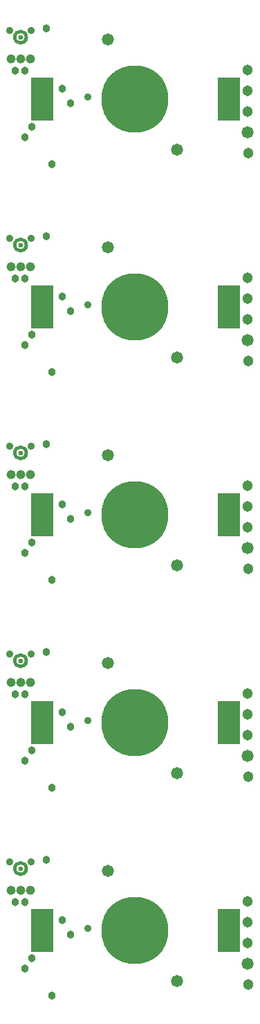
<source format=gbs>
G04 Layer_Color=16711935*
%FSAX24Y24*%
%MOIN*%
G70*
G01*
G75*
%ADD20C,0.0236*%
G04:AMPARAMS|DCode=27|XSize=36mil|YSize=36mil|CornerRadius=18mil|HoleSize=0mil|Usage=FLASHONLY|Rotation=0.000|XOffset=0mil|YOffset=0mil|HoleType=Round|Shape=RoundedRectangle|*
%AMROUNDEDRECTD27*
21,1,0.0360,0.0000,0,0,0.0*
21,1,0.0000,0.0360,0,0,0.0*
1,1,0.0360,0.0000,0.0000*
1,1,0.0360,0.0000,0.0000*
1,1,0.0360,0.0000,0.0000*
1,1,0.0360,0.0000,0.0000*
%
%ADD27ROUNDEDRECTD27*%
%ADD43C,0.0513*%
%ADD44C,0.0580*%
%ADD45C,0.0380*%
%ADD46C,0.0350*%
%ADD47C,0.0161*%
%ADD48R,0.1080X0.2080*%
%ADD49C,0.3230*%
G04:AMPARAMS|DCode=50|XSize=44mil|YSize=44mil|CornerRadius=22mil|HoleSize=0mil|Usage=FLASHONLY|Rotation=0.000|XOffset=0mil|YOffset=0mil|HoleType=Round|Shape=RoundedRectangle|*
%AMROUNDEDRECTD50*
21,1,0.0440,0.0000,0,0,0.0*
21,1,0.0000,0.0440,0,0,0.0*
1,1,0.0440,0.0000,0.0000*
1,1,0.0440,0.0000,0.0000*
1,1,0.0440,0.0000,0.0000*
1,1,0.0440,0.0000,0.0000*
%
%ADD50ROUNDEDRECTD50*%
D20*
X014696Y019163D02*
D03*
Y029163D02*
D03*
Y039163D02*
D03*
Y049163D02*
D03*
Y059163D02*
D03*
D27*
X015216Y019477D02*
D03*
X014184D02*
D03*
X015216Y029477D02*
D03*
X014184D02*
D03*
X015216Y039477D02*
D03*
X014184D02*
D03*
X015216Y049477D02*
D03*
X014184D02*
D03*
X015216Y059477D02*
D03*
X014184D02*
D03*
D43*
X025661Y013601D02*
D03*
X025650Y017599D02*
D03*
Y016599D02*
D03*
Y014599D02*
D03*
X025639Y015596D02*
D03*
X025661Y023601D02*
D03*
X025650Y027599D02*
D03*
Y026599D02*
D03*
Y024599D02*
D03*
X025639Y025596D02*
D03*
X025661Y033601D02*
D03*
X025650Y037599D02*
D03*
Y036599D02*
D03*
Y034599D02*
D03*
X025639Y035596D02*
D03*
X025661Y043601D02*
D03*
X025650Y047599D02*
D03*
Y046599D02*
D03*
Y044599D02*
D03*
X025639Y045596D02*
D03*
X025661Y053601D02*
D03*
X025650Y057599D02*
D03*
Y056599D02*
D03*
Y054599D02*
D03*
X025639Y055596D02*
D03*
D44*
X018900Y019050D02*
D03*
X025650Y014600D02*
D03*
X022250Y013750D02*
D03*
X018900Y029050D02*
D03*
X025650Y024600D02*
D03*
X022250Y023750D02*
D03*
X018900Y039050D02*
D03*
X025650Y034600D02*
D03*
X022250Y033750D02*
D03*
X018900Y049050D02*
D03*
X025650Y044600D02*
D03*
X022250Y043750D02*
D03*
X018900Y059050D02*
D03*
X025650Y054600D02*
D03*
X022250Y053750D02*
D03*
D45*
X017100Y016000D02*
D03*
X014900Y017550D02*
D03*
X014450D02*
D03*
X014900Y014350D02*
D03*
X016700Y016700D02*
D03*
X015950Y019600D02*
D03*
X016200Y013050D02*
D03*
X015250Y014850D02*
D03*
X017100Y026000D02*
D03*
X014900Y027550D02*
D03*
X014450D02*
D03*
X014900Y024350D02*
D03*
X016700Y026700D02*
D03*
X015950Y029600D02*
D03*
X016200Y023050D02*
D03*
X015250Y024850D02*
D03*
X017100Y036000D02*
D03*
X014900Y037550D02*
D03*
X014450D02*
D03*
X014900Y034350D02*
D03*
X016700Y036700D02*
D03*
X015950Y039600D02*
D03*
X016200Y033050D02*
D03*
X015250Y034850D02*
D03*
X017100Y046000D02*
D03*
X014900Y047550D02*
D03*
X014450D02*
D03*
X014900Y044350D02*
D03*
X016700Y046700D02*
D03*
X015950Y049600D02*
D03*
X016200Y043050D02*
D03*
X015250Y044850D02*
D03*
X017100Y056000D02*
D03*
X014900Y057550D02*
D03*
X014450D02*
D03*
X014900Y054350D02*
D03*
X016700Y056700D02*
D03*
X015950Y059600D02*
D03*
X016200Y053050D02*
D03*
X015250Y054850D02*
D03*
D46*
X017950Y016300D02*
D03*
Y026300D02*
D03*
Y036300D02*
D03*
Y046300D02*
D03*
Y056300D02*
D03*
D47*
X014976Y019163D02*
G03*
X014976Y019163I-000280J000000D01*
G01*
Y029163D02*
G03*
X014976Y029163I-000280J000000D01*
G01*
Y039163D02*
G03*
X014976Y039163I-000280J000000D01*
G01*
Y049163D02*
G03*
X014976Y049163I-000280J000000D01*
G01*
Y059163D02*
G03*
X014976Y059163I-000280J000000D01*
G01*
D48*
X015750Y016200D02*
D03*
X024750D02*
D03*
X015750Y026200D02*
D03*
X024750D02*
D03*
X015750Y036200D02*
D03*
X024750D02*
D03*
X015750Y046200D02*
D03*
X024750D02*
D03*
X015750Y056200D02*
D03*
X024750D02*
D03*
D49*
X020200Y016200D02*
D03*
Y026200D02*
D03*
Y036200D02*
D03*
Y046200D02*
D03*
Y056200D02*
D03*
D50*
X015176Y018123D02*
D03*
X014223D02*
D03*
X014696D02*
D03*
X015176Y028123D02*
D03*
X014223D02*
D03*
X014696D02*
D03*
X015176Y038123D02*
D03*
X014223D02*
D03*
X014696D02*
D03*
X015176Y048123D02*
D03*
X014223D02*
D03*
X014696D02*
D03*
X015176Y058123D02*
D03*
X014223D02*
D03*
X014696D02*
D03*
M02*

</source>
